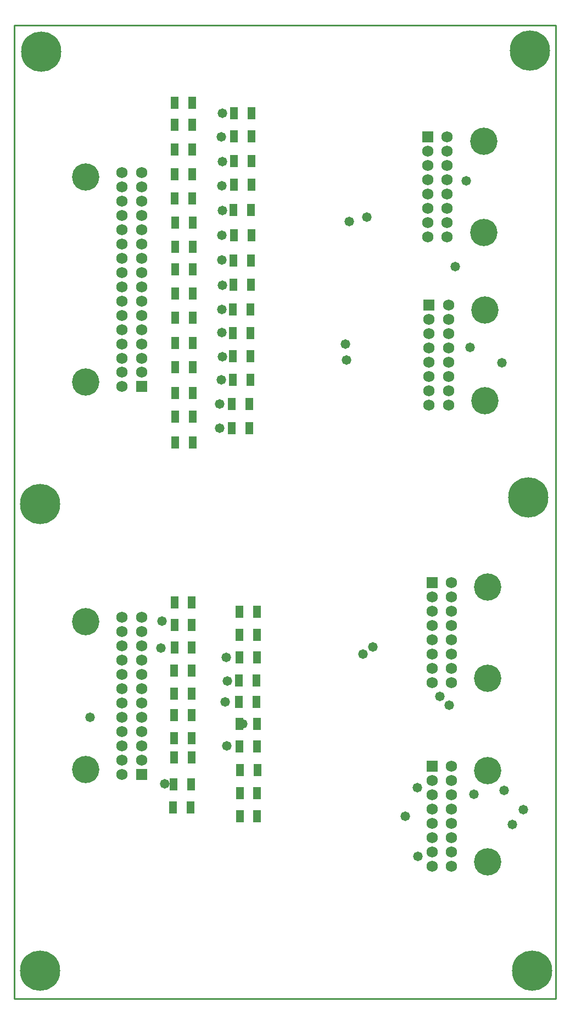
<source format=gts>
G04 Layer_Color=8388736*
%FSLAX25Y25*%
%MOIN*%
G70*
G01*
G75*
%ADD12C,0.01000*%
%ADD19R,0.05131X0.07493*%
%ADD20C,0.16548*%
%ADD21C,0.06800*%
%ADD22R,0.06800X0.06800*%
%ADD23C,0.24422*%
%ADD24C,0.05800*%
D12*
X525400Y787000D02*
X525500Y786900D01*
X196800Y787000D02*
X525400D01*
X525500Y196600D02*
Y786900D01*
X196800Y196500D02*
X525400D01*
X525500Y196600D01*
X196800Y196500D02*
Y787000D01*
D19*
X293785Y343000D02*
D03*
X304415D02*
D03*
X333685Y335300D02*
D03*
X344315D02*
D03*
X293898Y423228D02*
D03*
X304528D02*
D03*
X333268Y417323D02*
D03*
X343898D02*
D03*
X293898Y409449D02*
D03*
X304528D02*
D03*
X333268Y431102D02*
D03*
X343898D02*
D03*
X293898Y437008D02*
D03*
X304528D02*
D03*
X333268Y403543D02*
D03*
X343898D02*
D03*
X293885Y395500D02*
D03*
X304515D02*
D03*
X333070Y389600D02*
D03*
X343700D02*
D03*
X293885Y381600D02*
D03*
X304515D02*
D03*
X333185Y376600D02*
D03*
X343815D02*
D03*
X293785Y368600D02*
D03*
X304415D02*
D03*
X333385Y363300D02*
D03*
X344015D02*
D03*
X333285Y349600D02*
D03*
X343915D02*
D03*
X293685Y354600D02*
D03*
X304315D02*
D03*
X330185Y733400D02*
D03*
X340815D02*
D03*
X294085Y740000D02*
D03*
X304715D02*
D03*
X294085Y726400D02*
D03*
X304715D02*
D03*
X329985Y719400D02*
D03*
X340615D02*
D03*
X294185Y711500D02*
D03*
X304815D02*
D03*
X329985Y704500D02*
D03*
X340615D02*
D03*
X294185Y696700D02*
D03*
X304815D02*
D03*
X330185Y690100D02*
D03*
X340815D02*
D03*
X294185Y682000D02*
D03*
X304815D02*
D03*
X329870Y674800D02*
D03*
X340500D02*
D03*
X294285Y667200D02*
D03*
X304915D02*
D03*
X329985Y659600D02*
D03*
X340615D02*
D03*
X294285Y652500D02*
D03*
X304915D02*
D03*
X329870Y644300D02*
D03*
X340500D02*
D03*
X294385Y638900D02*
D03*
X305015D02*
D03*
X329685Y629400D02*
D03*
X340315D02*
D03*
X294385Y624200D02*
D03*
X305015D02*
D03*
X329485Y614600D02*
D03*
X340115D02*
D03*
X294485Y609400D02*
D03*
X305115D02*
D03*
X329485Y600300D02*
D03*
X340115D02*
D03*
X294485Y594200D02*
D03*
X305115D02*
D03*
X329485Y586100D02*
D03*
X340115D02*
D03*
X294285Y579400D02*
D03*
X304915D02*
D03*
X329285Y571900D02*
D03*
X339915D02*
D03*
X294385Y563900D02*
D03*
X305015D02*
D03*
X328885Y557200D02*
D03*
X339515D02*
D03*
X294385Y549500D02*
D03*
X305015D02*
D03*
X328885Y542400D02*
D03*
X339515D02*
D03*
X294500Y533800D02*
D03*
X305130D02*
D03*
X293185Y312600D02*
D03*
X303815D02*
D03*
X293385Y326600D02*
D03*
X304015D02*
D03*
X333585Y307300D02*
D03*
X344215D02*
D03*
X333585Y321100D02*
D03*
X344215D02*
D03*
D20*
X240158Y694882D02*
D03*
Y570472D02*
D03*
Y425197D02*
D03*
Y335433D02*
D03*
X484085Y446100D02*
D03*
Y390982D02*
D03*
Y334800D02*
D03*
Y279682D02*
D03*
X482385Y614300D02*
D03*
Y559182D02*
D03*
X481585Y716400D02*
D03*
Y661282D02*
D03*
D21*
X262205Y567717D02*
D03*
Y576378D02*
D03*
Y585039D02*
D03*
Y593701D02*
D03*
Y602362D02*
D03*
Y611024D02*
D03*
Y619685D02*
D03*
Y628346D02*
D03*
Y637008D02*
D03*
Y645669D02*
D03*
Y654331D02*
D03*
Y662992D02*
D03*
Y671654D02*
D03*
Y680315D02*
D03*
Y688976D02*
D03*
Y697638D02*
D03*
X274016D02*
D03*
Y688976D02*
D03*
Y680315D02*
D03*
Y671654D02*
D03*
Y662992D02*
D03*
Y654331D02*
D03*
Y645669D02*
D03*
Y637008D02*
D03*
Y628346D02*
D03*
Y619685D02*
D03*
Y611024D02*
D03*
Y602362D02*
D03*
Y593701D02*
D03*
Y585039D02*
D03*
Y576378D02*
D03*
Y341339D02*
D03*
Y350000D02*
D03*
Y358661D02*
D03*
Y367323D02*
D03*
Y375984D02*
D03*
Y384646D02*
D03*
Y393307D02*
D03*
Y401968D02*
D03*
Y410630D02*
D03*
Y419291D02*
D03*
Y427953D02*
D03*
X262205D02*
D03*
Y419291D02*
D03*
Y410630D02*
D03*
Y401968D02*
D03*
Y393307D02*
D03*
Y384646D02*
D03*
Y375984D02*
D03*
Y367323D02*
D03*
Y358661D02*
D03*
Y350000D02*
D03*
Y341339D02*
D03*
Y332677D02*
D03*
X450227Y440195D02*
D03*
Y431533D02*
D03*
Y422872D02*
D03*
Y414210D02*
D03*
Y405549D02*
D03*
Y396887D02*
D03*
Y388226D02*
D03*
X462038D02*
D03*
Y396887D02*
D03*
Y405549D02*
D03*
Y414210D02*
D03*
Y422872D02*
D03*
Y431533D02*
D03*
Y440195D02*
D03*
Y448856D02*
D03*
X450227Y328894D02*
D03*
Y320233D02*
D03*
Y311572D02*
D03*
Y302910D02*
D03*
Y294249D02*
D03*
Y285587D02*
D03*
Y276926D02*
D03*
X462038D02*
D03*
Y285587D02*
D03*
Y294249D02*
D03*
Y302910D02*
D03*
Y311572D02*
D03*
Y320233D02*
D03*
Y328894D02*
D03*
Y337556D02*
D03*
X448527Y608394D02*
D03*
Y599733D02*
D03*
Y591072D02*
D03*
Y582410D02*
D03*
Y573749D02*
D03*
Y565087D02*
D03*
Y556426D02*
D03*
X460338D02*
D03*
Y565087D02*
D03*
Y573749D02*
D03*
Y582410D02*
D03*
Y591072D02*
D03*
Y599733D02*
D03*
Y608394D02*
D03*
Y617056D02*
D03*
X447727Y710495D02*
D03*
Y701833D02*
D03*
Y693172D02*
D03*
Y684510D02*
D03*
Y675849D02*
D03*
Y667187D02*
D03*
Y658526D02*
D03*
X459538D02*
D03*
Y667187D02*
D03*
Y675849D02*
D03*
Y684510D02*
D03*
Y693172D02*
D03*
Y701833D02*
D03*
Y710495D02*
D03*
Y719156D02*
D03*
D22*
X274016Y567717D02*
D03*
Y332677D02*
D03*
X450227Y448856D02*
D03*
Y337556D02*
D03*
X448527Y617056D02*
D03*
X447727Y719156D02*
D03*
D23*
X213200Y770900D02*
D03*
X509800Y771600D02*
D03*
X508800Y500400D02*
D03*
X212400Y496400D02*
D03*
X511100Y213500D02*
D03*
X212400D02*
D03*
D24*
X322900Y733400D02*
D03*
X323200Y704200D02*
D03*
X322600Y689700D02*
D03*
X323000Y674700D02*
D03*
X322800Y659400D02*
D03*
Y644400D02*
D03*
X321500Y542500D02*
D03*
X322400Y571800D02*
D03*
X322900Y586000D02*
D03*
X322600Y600400D02*
D03*
X322800Y614600D02*
D03*
X323000Y629100D02*
D03*
X286400Y425500D02*
D03*
X285800Y409200D02*
D03*
X325500Y403600D02*
D03*
X325900Y389300D02*
D03*
X324700Y376600D02*
D03*
X288000Y326900D02*
D03*
X410885Y670400D02*
D03*
X399985Y667900D02*
D03*
X471085Y692600D02*
D03*
X464485Y640700D02*
D03*
X397685Y593500D02*
D03*
X398285Y584000D02*
D03*
X473385Y591700D02*
D03*
X492885Y582300D02*
D03*
X414385Y410000D02*
D03*
X408385Y405700D02*
D03*
X454985Y380000D02*
D03*
X460885Y374400D02*
D03*
X475885Y320400D02*
D03*
X493985Y322800D02*
D03*
X499185Y302200D02*
D03*
X505785Y311200D02*
D03*
X441500Y324600D02*
D03*
X433900Y307300D02*
D03*
X441600Y283000D02*
D03*
X242700Y367300D02*
D03*
X335500Y363100D02*
D03*
X321500Y557300D02*
D03*
X322500Y719200D02*
D03*
X325600Y349900D02*
D03*
M02*

</source>
